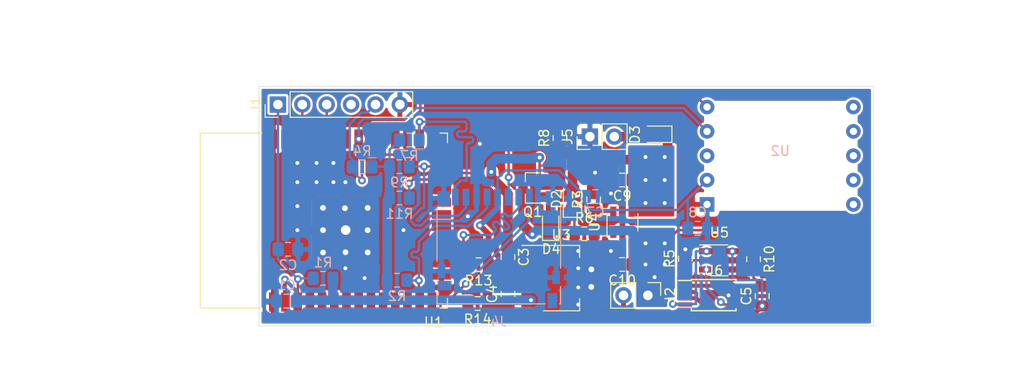
<source format=kicad_pcb>
(kicad_pcb (version 20171130) (host pcbnew 5.1.2)
  (layers (0 F.Cu signal) (31 B.Cu signal) (34 B.Paste user) (35 F.Paste user) (36 B.SilkS user) (37 F.SilkS user) (38 B.Mask user) (39 F.Mask user) (44 Edge.Cuts user))
  (net 0 "")
  (net 1 +3V3)
  (net 2 GND)
  (net 3 EN)
  (net 4 TXD0)
  (net 5 RXD0)
  (net 6 IO0)
  (net 7 SD_DATA1)
  (net 8 SD_DATA0)
  (net 9 SD_CLK)
  (net 10 SD_CMD)
  (net 11 SD_DATA3)
  (net 12 SD_DATA2)
  (net 13 IMU_SDA)
  (net 14 IMU_SCL)
  (net 15 "Net-(C3-Pad1)")
  (net 16 "Net-(D2-Pad1)")
  (net 17 "Net-(D3-Pad2)")
  (net 18 "Net-(R3-Pad1)")
  (net 19 "Net-(R6-Pad2)")
  (net 20 V_EXT)
  (net 21 V_BAT)
  (net 22 "Net-(C5-Pad1)")
  (net 23 "Net-(C5-Pad2)")
  (net 24 "Net-(R5-Pad1)")
  (net 25 "Net-(U5-Pad1)")
  (net 26 "Net-(U5-Pad3)")
  (net 27 "Net-(U6-Pad1)")
  (module Package_SO:TSSOP-8_4.4x3mm_P0.65mm (layer F.Cu) (at 167.35 80.775)
    (fp_text reference U6 (at 0 -2.55) (layer F.SilkS))
    (fp_text value FS8205A)
    (pad 1 smd rect (at -2.95 -0.975) (size 1.45 0.45) (layers F.Cu F.Paste F.Mask) (net 27 "Net-(U6-Pad1)"))
    (pad 2 smd rect (at -2.95 -0.325) (size 1.45 0.45) (layers F.Cu F.Paste F.Mask) (net 22 "Net-(C5-Pad1)"))
    (pad 3 smd rect (at -2.95 0.325) (size 1.45 0.45) (layers F.Cu F.Paste F.Mask) (net 22 "Net-(C5-Pad1)"))
    (pad 4 smd rect (at -2.95 0.975) (size 1.45 0.45) (layers F.Cu F.Paste F.Mask) (net 25 "Net-(U5-Pad1)"))
    (pad 5 smd rect (at 2.95 0.975) (size 1.45 0.45) (layers F.Cu F.Paste F.Mask) (net 26 "Net-(U5-Pad3)"))
    (pad 6 smd rect (at 2.95 0.325) (size 1.45 0.45) (layers F.Cu F.Paste F.Mask) (net 2 GND))
    (pad 7 smd rect (at 2.95 -0.325) (size 1.45 0.45) (layers F.Cu F.Paste F.Mask) (net 2 GND))
    (pad 8 smd rect (at 2.95 -0.975) (size 1.45 0.45) (layers F.Cu F.Paste F.Mask) (net 27 "Net-(U6-Pad1)"))
  )
  (module Package_TO_SOT_SMD:SOT-23 (layer F.Cu) (at 148.5 69.6 180)
    (fp_text reference Q1 (at 0 -2.5 180) (layer F.SilkS))
    (fp_text value TP0610T)
    (pad 3 smd rect (at 1 0 180) (size 0.9 0.8) (layers F.Cu F.Paste F.Mask) (net 21 V_BAT))
    (pad 2 smd rect (at -1 0.95 180) (size 0.9 0.8) (layers F.Cu F.Paste F.Mask) (net 15 "Net-(C3-Pad1)"))
    (pad 1 smd rect (at -1 -0.95 180) (size 0.9 0.8) (layers F.Cu F.Paste F.Mask) (net 20 V_EXT))
  )
  (module imulogger-footprints:ESP32-WROOM-32 (layer F.Cu) (at 129.75 73 90)
    (fp_text reference U1 (at -10.61 8.43 180) (layer F.SilkS))
    (fp_text value ESP32-WROOM-32)
    (pad 39 thru_hole circle (at 1.29 -0.8 90) (size 1.3 1.3) (drill 0.6) (layers *.Cu *.Mask) (net 2 GND))
    (pad 39 thru_hole circle (at -3.3 -0.74 90) (size 1.3 1.3) (drill 0.6) (layers *.Cu *.Mask) (net 2 GND))
    (pad 39 thru_hole circle (at -1 -3.08 90) (size 1.3 1.3) (drill 0.6) (layers *.Cu *.Mask) (net 2 GND))
    (pad 39 thru_hole circle (at -1 1.57 90) (size 1.3 1.3) (drill 0.6) (layers *.Cu *.Mask) (net 2 GND))
    (pad 39 thru_hole circle (at -0.99 -0.72 90) (size 2 2) (drill 1) (layers *.Cu *.Mask) (net 2 GND))
    (pad 39 thru_hole circle (at 1.32 1.57 90) (size 1.3 1.3) (drill 0.6) (layers *.Cu *.Mask) (net 2 GND))
    (pad 39 thru_hole circle (at -3.32 1.57 90) (size 1.3 1.3) (drill 0.6) (layers *.Cu *.Mask) (net 2 GND))
    (pad 39 thru_hole circle (at 1.32 -3.08 90) (size 1.3 1.3) (drill 0.6) (layers *.Cu *.Mask) (net 2 GND))
    (pad 39 thru_hole circle (at -3.33 -3.08 90) (size 1.3 1.3) (drill 0.6) (layers *.Cu *.Mask) (net 2 GND))
    (pad 38 smd rect (at 8.5 -8.255 90) (size 2 0.9) (layers F.Cu F.Paste F.Mask) (net 2 GND))
    (pad 37 smd rect (at 8.5 -6.985 90) (size 2 0.9) (layers F.Cu F.Paste F.Mask))
    (pad 36 smd rect (at 8.5 -5.715 90) (size 2 0.9) (layers F.Cu F.Paste F.Mask))
    (pad 35 smd rect (at 8.5 -4.445 90) (size 2 0.9) (layers F.Cu F.Paste F.Mask) (net 4 TXD0))
    (pad 34 smd rect (at 8.5 -3.175 90) (size 2 0.9) (layers F.Cu F.Paste F.Mask) (net 5 RXD0))
    (pad 33 smd rect (at 8.5 -1.905 90) (size 2 0.9) (layers F.Cu F.Paste F.Mask))
    (pad 32 smd rect (at 8.5 -0.635 90) (size 2 0.9) (layers F.Cu F.Paste F.Mask))
    (pad 31 smd rect (at 8.5 0.635 90) (size 2 0.9) (layers F.Cu F.Paste F.Mask) (net 14 IMU_SCL))
    (pad 30 smd rect (at 8.5 1.905 90) (size 2 0.9) (layers F.Cu F.Paste F.Mask) (net 13 IMU_SDA))
    (pad 29 smd rect (at 8.5 3.175 90) (size 2 0.9) (layers F.Cu F.Paste F.Mask))
    (pad 28 smd rect (at 8.5 4.445 90) (size 2 0.9) (layers F.Cu F.Paste F.Mask))
    (pad 27 smd rect (at 8.5 5.715 90) (size 2 0.9) (layers F.Cu F.Paste F.Mask))
    (pad 26 smd rect (at 8.5 6.985 90) (size 2 0.9) (layers F.Cu F.Paste F.Mask) (net 7 SD_DATA1))
    (pad 25 smd rect (at 8.5 8.255 90) (size 2 0.9) (layers F.Cu F.Paste F.Mask) (net 6 IO0))
    (pad 24 smd rect (at 5.715 9.255 180) (size 2 0.9) (layers F.Cu F.Paste F.Mask) (net 8 SD_DATA0))
    (pad 23 smd rect (at 4.445 9.255 180) (size 2 0.9) (layers F.Cu F.Paste F.Mask) (net 10 SD_CMD))
    (pad 22 smd rect (at 3.175 9.255 180) (size 2 0.9) (layers F.Cu F.Paste F.Mask))
    (pad 21 smd rect (at 1.905 9.255 180) (size 2 0.9) (layers F.Cu F.Paste F.Mask))
    (pad 20 smd rect (at 0.635 9.255 180) (size 2 0.9) (layers F.Cu F.Paste F.Mask))
    (pad 19 smd rect (at -0.635 9.255 180) (size 2 0.9) (layers F.Cu F.Paste F.Mask))
    (pad 18 smd rect (at -1.905 9.255 180) (size 2 0.9) (layers F.Cu F.Paste F.Mask))
    (pad 17 smd rect (at -3.175 9.255 180) (size 2 0.9) (layers F.Cu F.Paste F.Mask))
    (pad 16 smd rect (at -4.445 9.255 180) (size 2 0.9) (layers F.Cu F.Paste F.Mask) (net 11 SD_DATA3))
    (pad 15 smd rect (at -5.715 9.255 180) (size 2 0.9) (layers F.Cu F.Paste F.Mask) (net 2 GND))
    (pad 14 smd rect (at -8.5 8.255 90) (size 2 0.9) (layers F.Cu F.Paste F.Mask) (net 12 SD_DATA2))
    (pad 13 smd rect (at -8.5 6.985 90) (size 2 0.9) (layers F.Cu F.Paste F.Mask) (net 9 SD_CLK))
    (pad 12 smd rect (at -8.5 5.715 90) (size 2 0.9) (layers F.Cu F.Paste F.Mask))
    (pad 11 smd rect (at -8.5 4.445 90) (size 2 0.9) (layers F.Cu F.Paste F.Mask))
    (pad 10 smd rect (at -8.5 3.175 90) (size 2 0.9) (layers F.Cu F.Paste F.Mask))
    (pad 9 smd rect (at -8.5 1.905 90) (size 2 0.9) (layers F.Cu F.Paste F.Mask))
    (pad 8 smd rect (at -8.5 0.635 90) (size 2 0.9) (layers F.Cu F.Paste F.Mask))
    (pad 7 smd rect (at -8.5 -0.635 90) (size 2 0.9) (layers F.Cu F.Paste F.Mask))
    (pad 6 smd rect (at -8.5 -1.905 90) (size 2 0.9) (layers F.Cu F.Paste F.Mask))
    (pad 5 smd rect (at -8.5 -3.175 90) (size 2 0.9) (layers F.Cu F.Paste F.Mask))
    (pad 4 smd rect (at -8.5 -4.445 90) (size 2 0.9) (layers F.Cu F.Paste F.Mask))
    (pad 3 smd rect (at -8.5 -5.715 90) (size 2 0.9) (layers F.Cu F.Paste F.Mask) (net 3 EN))
    (pad 2 smd rect (at -8.5 -6.985 90) (size 2 0.9) (layers F.Cu F.Paste F.Mask) (net 1 +3V3))
    (pad 1 smd rect (at -8.5 -8.255 90) (size 2 0.9) (layers F.Cu F.Paste F.Mask) (net 2 GND))
    (pad 39 smd rect (at -1 -0.755 90) (size 6 6) (layers F.Cu F.Mask) (net 2 GND))
  )
  (module imulogger-footprints:USFS (layer B.Cu) (at 174.28 66.24)
    (fp_text reference U2 (at 0 -0.5) (layer B.SilkS) (effects (justify mirror)))
    (fp_text value USFS)
    (pad 10 thru_hole circle (at 7.62 5.08) (size 1.524 1.524) (drill 0.762) (layers *.Cu *.Mask))
    (pad 9 thru_hole circle (at 7.62 2.54) (size 1.524 1.524) (drill 0.762) (layers *.Cu *.Mask))
    (pad 8 thru_hole circle (at 7.62 0) (size 1.524 1.524) (drill 0.762) (layers *.Cu *.Mask))
    (pad 7 thru_hole circle (at 7.62 -2.54) (size 1.524 1.524) (drill 0.762) (layers *.Cu *.Mask))
    (pad 6 thru_hole circle (at 7.62 -5.08) (size 1.524 1.524) (drill 0.762) (layers *.Cu *.Mask))
    (pad 5 thru_hole circle (at -7.62 -5.08) (size 1.524 1.524) (drill 0.762) (layers *.Cu *.Mask) (net 13 IMU_SDA))
    (pad 4 thru_hole circle (at -7.62 -2.54) (size 1.524 1.524) (drill 0.762) (layers *.Cu *.Mask) (net 14 IMU_SCL))
    (pad 3 thru_hole circle (at -7.62 0) (size 1.524 1.524) (drill 0.762) (layers *.Cu *.Mask))
    (pad 2 thru_hole circle (at -7.62 2.54) (size 1.524 1.524) (drill 0.762) (layers *.Cu *.Mask) (net 1 +3V3))
    (pad 1 thru_hole rect (at -7.62 5.08) (size 1.524 1.524) (drill 0.762) (layers *.Cu *.Mask) (net 2 GND))
  )
  (module Connector_PinHeader_2.54mm:PinHeader_1x06_P2.54mm_Vertical (layer F.Cu) (at 121.975 60.9 90)
    (fp_text reference J1 (at 0 -2.33 90) (layer F.SilkS))
    (fp_text value DEBUG)
    (pad 6 thru_hole oval (at 0 12.7 90) (size 1.7 1.7) (drill 1) (layers *.Cu *.Mask) (net 2 GND))
    (pad 5 thru_hole oval (at 0 10.16 90) (size 1.7 1.7) (drill 1) (layers *.Cu *.Mask) (net 6 IO0))
    (pad 4 thru_hole oval (at 0 7.62 90) (size 1.7 1.7) (drill 1) (layers *.Cu *.Mask))
    (pad 3 thru_hole oval (at 0 5.08 90) (size 1.7 1.7) (drill 1) (layers *.Cu *.Mask) (net 5 RXD0))
    (pad 2 thru_hole oval (at 0 2.54 90) (size 1.7 1.7) (drill 1) (layers *.Cu *.Mask) (net 4 TXD0))
    (pad 1 thru_hole rect (at 0 0 90) (size 1.7 1.7) (drill 1) (layers *.Cu *.Mask) (net 3 EN))
  )
  (module Connector_Card:microSD_HC_Hirose_DM3D-SF (layer B.Cu) (at 144.975 75.9)
    (fp_text reference J4 (at -0.025 7.625) (layer B.SilkS) (effects (justify mirror)))
    (fp_text value Micro_SD_Card)
    (pad 10 smd rect (at 5.575 5.45) (size 1 1.55) (layers B.Cu B.Paste B.Mask))
    (pad 11 smd rect (at 5.625 -5.225) (size 1.5 1.5) (layers B.Cu B.Paste B.Mask) (net 2 GND))
    (pad 1 smd rect (at 3.175 -5.35) (size 0.7 1.75) (layers B.Cu B.Paste B.Mask) (net 12 SD_DATA2))
    (pad 2 smd rect (at 2.075 -5.35) (size 0.7 1.75) (layers B.Cu B.Paste B.Mask) (net 11 SD_DATA3))
    (pad 3 smd rect (at 0.975 -5.35) (size 0.7 1.75) (layers B.Cu B.Paste B.Mask) (net 10 SD_CMD))
    (pad 4 smd rect (at -0.125 -5.35) (size 0.7 1.75) (layers B.Cu B.Paste B.Mask) (net 1 +3V3))
    (pad 5 smd rect (at -1.225 -5.35) (size 0.7 1.75) (layers B.Cu B.Paste B.Mask) (net 9 SD_CLK))
    (pad 6 smd rect (at -2.325 -5.35) (size 0.7 1.75) (layers B.Cu B.Paste B.Mask) (net 2 GND))
    (pad 7 smd rect (at -3.425 -5.35) (size 0.7 1.75) (layers B.Cu B.Paste B.Mask) (net 8 SD_DATA0))
    (pad 11 smd rect (at 5.975 3.025) (size 0.8 1.4) (layers B.Cu B.Paste B.Mask) (net 2 GND))
    (pad 9 smd rect (at -5.65 3.875) (size 1.45 1) (layers B.Cu B.Paste B.Mask))
    (pad 11 smd rect (at -5.975 2.375) (size 0.8 1.5) (layers B.Cu B.Paste B.Mask) (net 2 GND))
    (pad 11 smd rect (at -5.725 -5.225) (size 1.3 1.5) (layers B.Cu B.Paste B.Mask) (net 2 GND))
    (pad 8 smd rect (at -4.525 -5.35) (size 0.7 1.75) (layers B.Cu B.Paste B.Mask) (net 7 SD_DATA1))
  )
  (module Diode_SMD:D_SOD-323 (layer F.Cu) (at 161.5 64 180)
    (fp_text reference D3 (at 2.35 -0.05 -90) (layer F.SilkS))
    (fp_text value BAT20J)
    (pad 2 smd rect (at 1.05 0 180) (size 0.6 0.45) (layers F.Cu F.Paste F.Mask) (net 17 "Net-(D3-Pad2)"))
    (pad 1 smd rect (at -1.05 0 180) (size 0.6 0.45) (layers F.Cu F.Paste F.Mask) (net 20 V_EXT))
  )
  (module Diode_SMD:D_SOD-323 (layer F.Cu) (at 150.375 73.575 90)
    (fp_text reference D4 (at -2.4 0.05 180) (layer F.SilkS))
    (fp_text value BAT20J)
    (pad 2 smd rect (at 1.05 0 90) (size 0.6 0.45) (layers F.Cu F.Paste F.Mask) (net 20 V_EXT))
    (pad 1 smd rect (at -1.05 0 90) (size 0.6 0.45) (layers F.Cu F.Paste F.Mask) (net 15 "Net-(C3-Pad1)"))
  )
  (module Package_TO_SOT_SMD:SOT-23-5 (layer F.Cu) (at 157.85 73.175 90)
    (fp_text reference U4 (at 0 -2.9 90) (layer F.SilkS))
    (fp_text value MCP73831-2-OT)
    (pad 5 smd rect (at 1.1 -0.95 90) (size 1.06 0.65) (layers F.Cu F.Paste F.Mask) (net 18 "Net-(R3-Pad1)"))
    (pad 4 smd rect (at 1.1 0.95 90) (size 1.06 0.65) (layers F.Cu F.Paste F.Mask) (net 20 V_EXT))
    (pad 3 smd rect (at -1.1 0.95 90) (size 1.06 0.65) (layers F.Cu F.Paste F.Mask) (net 21 V_BAT))
    (pad 2 smd rect (at -1.1 0 90) (size 1.06 0.65) (layers F.Cu F.Paste F.Mask) (net 2 GND))
    (pad 1 smd rect (at -1.1 -0.95 90) (size 1.06 0.65) (layers F.Cu F.Paste F.Mask) (net 19 "Net-(R6-Pad2)"))
  )
  (module imulogger-footprints:SOT-223 (layer F.Cu) (at 151.475 79)
    (fp_text reference U3 (at 0 -4.5) (layer F.SilkS))
    (fp_text value MCP1826S)
    (pad 4 thru_hole circle (at 3.13 0.92) (size 1.3 1.3) (drill 0.6) (layers *.Cu *.Mask) (net 2 GND))
    (pad 4 thru_hole circle (at 3.14 -0.91) (size 1.3 1.3) (drill 0.6) (layers *.Cu *.Mask) (net 2 GND))
    (pad 1 smd rect (at -3.15 -2.3) (size 2 1.5) (layers F.Cu F.Paste F.Mask) (net 15 "Net-(C3-Pad1)"))
    (pad 3 smd rect (at -3.15 2.3) (size 2 1.5) (layers F.Cu F.Paste F.Mask) (net 1 +3V3))
    (pad 2 smd rect (at -3.15 0) (size 2 1.5) (layers F.Cu F.Paste F.Mask) (net 2 GND))
    (pad 4 smd rect (at 3.15 0) (size 2 3.8) (layers F.Cu F.Paste F.Mask) (net 2 GND))
  )
  (module Capacitor_SMD:C_0805_2012Metric_Pad1.15x1.40mm_HandSolder (layer F.Cu) (at 157.825 68.775 180)
    (fp_text reference C9 (at 0 -1.65 180) (layer F.SilkS))
    (fp_text value 4.7u)
    (pad 2 smd roundrect (at 1.025 0 180) (size 1.15 1.4) (layers F.Cu F.Paste F.Mask) (roundrect_rratio 0.217391) (net 2 GND))
    (pad 1 smd roundrect (at -1.025 0 180) (size 1.15 1.4) (layers F.Cu F.Paste F.Mask) (roundrect_rratio 0.217391) (net 20 V_EXT))
  )
  (module Capacitor_SMD:C_0805_2012Metric_Pad1.15x1.40mm_HandSolder (layer F.Cu) (at 157.825 77.575 180)
    (fp_text reference C10 (at 0 -1.65 180) (layer F.SilkS))
    (fp_text value 4.7u)
    (pad 2 smd roundrect (at 1.025 0 180) (size 1.15 1.4) (layers F.Cu F.Paste F.Mask) (roundrect_rratio 0.217391) (net 2 GND))
    (pad 1 smd roundrect (at -1.025 0 180) (size 1.15 1.4) (layers F.Cu F.Paste F.Mask) (roundrect_rratio 0.217391) (net 21 V_BAT))
  )
  (module Capacitor_SMD:C_0805_2012Metric_Pad1.15x1.40mm_HandSolder (layer F.Cu) (at 145.925 76.8 270)
    (fp_text reference C3 (at 0 -1.65 270) (layer F.SilkS))
    (fp_text value 47u)
    (pad 2 smd roundrect (at 1.025 0 270) (size 1.15 1.4) (layers F.Cu F.Paste F.Mask) (roundrect_rratio 0.217391) (net 2 GND))
    (pad 1 smd roundrect (at -1.025 0 270) (size 1.15 1.4) (layers F.Cu F.Paste F.Mask) (roundrect_rratio 0.217391) (net 15 "Net-(C3-Pad1)"))
  )
  (module Capacitor_SMD:C_0805_2012Metric_Pad1.15x1.40mm_HandSolder (layer F.Cu) (at 145.925 80.65 90)
    (fp_text reference C4 (at 0 -1.65 90) (layer F.SilkS))
    (fp_text value 47u)
    (pad 2 smd roundrect (at 1.025 0 90) (size 1.15 1.4) (layers F.Cu F.Paste F.Mask) (roundrect_rratio 0.217391) (net 2 GND))
    (pad 1 smd roundrect (at -1.025 0 90) (size 1.15 1.4) (layers F.Cu F.Paste F.Mask) (roundrect_rratio 0.217391) (net 1 +3V3))
  )
  (module Resistor_SMD:R_0805_2012Metric_Pad1.15x1.40mm_HandSolder (layer F.Cu) (at 154.85 70.8 90)
    (fp_text reference R3 (at 0 -1.65 90) (layer F.SilkS))
    (fp_text value 2k)
    (pad 2 smd roundrect (at 1.025 0 90) (size 1.15 1.4) (layers F.Cu F.Paste F.Mask) (roundrect_rratio 0.217391) (net 2 GND))
    (pad 1 smd roundrect (at -1.025 0 90) (size 1.15 1.4) (layers F.Cu F.Paste F.Mask) (roundrect_rratio 0.217391) (net 18 "Net-(R3-Pad1)"))
  )
  (module Resistor_SMD:R_0805_2012Metric_Pad1.15x1.40mm_HandSolder (layer F.Cu) (at 153.875 74.375)
    (fp_text reference R6 (at 0 -1.65) (layer F.SilkS))
    (fp_text value 470)
    (pad 2 smd roundrect (at 1.025 0) (size 1.15 1.4) (layers F.Cu F.Paste F.Mask) (roundrect_rratio 0.217391) (net 19 "Net-(R6-Pad2)"))
    (pad 1 smd roundrect (at -1.025 0) (size 1.15 1.4) (layers F.Cu F.Paste F.Mask) (roundrect_rratio 0.217391) (net 16 "Net-(D2-Pad1)"))
  )
  (module LED_SMD:LED_0805_2012Metric_Pad1.15x1.40mm_HandSolder (layer F.Cu) (at 152.65 70.8 90)
    (fp_text reference D2 (at 0 -1.65 90) (layer F.SilkS))
    (fp_text value LED)
    (pad 2 smd roundrect (at 1.025 0 90) (size 1.15 1.4) (layers F.Cu F.Paste F.Mask) (roundrect_rratio 0.217391) (net 20 V_EXT))
    (pad 1 smd roundrect (at -1.025 0 90) (size 1.15 1.4) (layers F.Cu F.Paste F.Mask) (roundrect_rratio 0.217391) (net 16 "Net-(D2-Pad1)"))
  )
  (module Resistor_SMD:R_0805_2012Metric_Pad1.15x1.40mm_HandSolder (layer F.Cu) (at 151.35 64.4 90)
    (fp_text reference R8 (at 0 -1.65 90) (layer F.SilkS))
    (fp_text value 10k)
    (pad 1 smd roundrect (at -1.025 0 90) (size 1.15 1.4) (layers F.Cu F.Paste F.Mask) (roundrect_rratio 0.217391) (net 20 V_EXT))
    (pad 2 smd roundrect (at 1.025 0 90) (size 1.15 1.4) (layers F.Cu F.Paste F.Mask) (roundrect_rratio 0.217391) (net 2 GND))
  )
  (module Resistor_SMD:R_0805_2012Metric_Pad1.15x1.40mm_HandSolder (layer B.Cu) (at 134.375 79.225)
    (fp_text reference R2 (at 0 1.65) (layer B.SilkS) (effects (justify mirror)))
    (fp_text value nc)
    (pad 2 smd roundrect (at 1.025 0) (size 1.15 1.4) (layers B.Cu B.Paste B.Mask) (roundrect_rratio 0.217391) (net 9 SD_CLK))
    (pad 1 smd roundrect (at -1.025 0) (size 1.15 1.4) (layers B.Cu B.Paste B.Mask) (roundrect_rratio 0.217391) (net 1 +3V3))
  )
  (module Resistor_SMD:R_0805_2012Metric_Pad1.15x1.40mm_HandSolder (layer B.Cu) (at 135.65 64.6)
    (fp_text reference R7 (at 0 1.65) (layer B.SilkS) (effects (justify mirror)))
    (fp_text value 10K)
    (pad 2 smd roundrect (at 1.025 0) (size 1.15 1.4) (layers B.Cu B.Paste B.Mask) (roundrect_rratio 0.217391) (net 7 SD_DATA1))
    (pad 1 smd roundrect (at -1.025 0) (size 1.15 1.4) (layers B.Cu B.Paste B.Mask) (roundrect_rratio 0.217391) (net 1 +3V3))
  )
  (module Resistor_SMD:R_0805_2012Metric_Pad1.15x1.40mm_HandSolder (layer B.Cu) (at 134.625 67.375)
    (fp_text reference R9 (at 0 1.65) (layer B.SilkS) (effects (justify mirror)))
    (fp_text value 10K)
    (pad 1 smd roundrect (at -1.025 0) (size 1.15 1.4) (layers B.Cu B.Paste B.Mask) (roundrect_rratio 0.217391) (net 1 +3V3))
    (pad 2 smd roundrect (at 1.025 0) (size 1.15 1.4) (layers B.Cu B.Paste B.Mask) (roundrect_rratio 0.217391) (net 8 SD_DATA0))
  )
  (module Resistor_SMD:R_0805_2012Metric_Pad1.15x1.40mm_HandSolder (layer B.Cu) (at 134.625 70.65)
    (fp_text reference R11 (at 0 1.65) (layer B.SilkS) (effects (justify mirror)))
    (fp_text value 10K)
    (pad 1 smd roundrect (at -1.025 0) (size 1.15 1.4) (layers B.Cu B.Paste B.Mask) (roundrect_rratio 0.217391) (net 1 +3V3))
    (pad 2 smd roundrect (at 1.025 0) (size 1.15 1.4) (layers B.Cu B.Paste B.Mask) (roundrect_rratio 0.217391) (net 10 SD_CMD))
  )
  (module Resistor_SMD:R_0805_2012Metric_Pad1.15x1.40mm_HandSolder (layer F.Cu) (at 142.875 77.6 180)
    (fp_text reference R13 (at 0 -1.65 180) (layer F.SilkS))
    (fp_text value 10K)
    (pad 1 smd roundrect (at -1.025 0 180) (size 1.15 1.4) (layers F.Cu F.Paste F.Mask) (roundrect_rratio 0.217391) (net 1 +3V3))
    (pad 2 smd roundrect (at 1.025 0 180) (size 1.15 1.4) (layers F.Cu F.Paste F.Mask) (roundrect_rratio 0.217391) (net 11 SD_DATA3))
  )
  (module Resistor_SMD:R_0805_2012Metric_Pad1.15x1.40mm_HandSolder (layer F.Cu) (at 142.775 81.65 180)
    (fp_text reference R14 (at 0 -1.65 180) (layer F.SilkS))
    (fp_text value 10K)
    (pad 2 smd roundrect (at 1.025 0 180) (size 1.15 1.4) (layers F.Cu F.Paste F.Mask) (roundrect_rratio 0.217391) (net 12 SD_DATA2))
    (pad 1 smd roundrect (at -1.025 0 180) (size 1.15 1.4) (layers F.Cu F.Paste F.Mask) (roundrect_rratio 0.217391) (net 1 +3V3))
  )
  (module Resistor_SMD:R_0805_2012Metric_Pad1.15x1.40mm_HandSolder (layer B.Cu) (at 126.675 79.025 180)
    (fp_text reference R1 (at 0 1.65 180) (layer B.SilkS) (effects (justify mirror)))
    (fp_text value 10K)
    (pad 2 smd roundrect (at 1.025 0 180) (size 1.15 1.4) (layers B.Cu B.Paste B.Mask) (roundrect_rratio 0.217391) (net 3 EN))
    (pad 1 smd roundrect (at -1.025 0 180) (size 1.15 1.4) (layers B.Cu B.Paste B.Mask) (roundrect_rratio 0.217391) (net 1 +3V3))
  )
  (module Resistor_SMD:R_0805_2012Metric_Pad1.15x1.40mm_HandSolder (layer B.Cu) (at 130.75 67.4 180)
    (fp_text reference R4 (at 0 1.65 180) (layer B.SilkS) (effects (justify mirror)))
    (fp_text value 10K)
    (pad 1 smd roundrect (at -1.025 0 180) (size 1.15 1.4) (layers B.Cu B.Paste B.Mask) (roundrect_rratio 0.217391) (net 1 +3V3))
    (pad 2 smd roundrect (at 1.025 0 180) (size 1.15 1.4) (layers B.Cu B.Paste B.Mask) (roundrect_rratio 0.217391) (net 6 IO0))
  )
  (module Capacitor_SMD:C_0805_2012Metric_Pad1.15x1.40mm_HandSolder (layer B.Cu) (at 155.025 70.5)
    (fp_text reference C7 (at 0 1.65) (layer B.SilkS) (effects (justify mirror)))
    (fp_text value 100n)
    (pad 1 smd roundrect (at -1.025 0) (size 1.15 1.4) (layers B.Cu B.Paste B.Mask) (roundrect_rratio 0.217391) (net 1 +3V3))
    (pad 2 smd roundrect (at 1.025 0) (size 1.15 1.4) (layers B.Cu B.Paste B.Mask) (roundrect_rratio 0.217391) (net 2 GND))
  )
  (module Capacitor_SMD:C_0805_2012Metric_Pad1.15x1.40mm_HandSolder (layer B.Cu) (at 122.85 81.4 180)
    (fp_text reference C1 (at 0 1.65 180) (layer B.SilkS) (effects (justify mirror)))
    (fp_text value 100n)
    (pad 1 smd roundrect (at -1.025 0 180) (size 1.15 1.4) (layers B.Cu B.Paste B.Mask) (roundrect_rratio 0.217391) (net 1 +3V3))
    (pad 2 smd roundrect (at 1.025 0 180) (size 1.15 1.4) (layers B.Cu B.Paste B.Mask) (roundrect_rratio 0.217391) (net 2 GND))
  )
  (module Capacitor_SMD:C_0805_2012Metric_Pad1.15x1.40mm_HandSolder (layer B.Cu) (at 123.025 76)
    (fp_text reference C2 (at 0 1.65) (layer B.SilkS) (effects (justify mirror)))
    (fp_text value 2u2)
    (pad 2 smd roundrect (at 1.025 0) (size 1.15 1.4) (layers B.Cu B.Paste B.Mask) (roundrect_rratio 0.217391) (net 2 GND))
    (pad 1 smd roundrect (at -1.025 0) (size 1.15 1.4) (layers B.Cu B.Paste B.Mask) (roundrect_rratio 0.217391) (net 3 EN))
  )
  (module Capacitor_SMD:C_0805_2012Metric_Pad1.15x1.40mm_HandSolder (layer B.Cu) (at 165.675 73.8 180)
    (fp_text reference C8 (at 0 1.65 180) (layer B.SilkS) (effects (justify mirror)))
    (fp_text value 100n)
    (pad 1 smd roundrect (at -1.025 0 180) (size 1.15 1.4) (layers B.Cu B.Paste B.Mask) (roundrect_rratio 0.217391) (net 2 GND))
    (pad 2 smd roundrect (at 1.025 0 180) (size 1.15 1.4) (layers B.Cu B.Paste B.Mask) (roundrect_rratio 0.217391) (net 1 +3V3))
  )
  (module Connector_PinHeader_2.54mm:PinHeader_1x02_P2.54mm_Vertical (layer F.Cu) (at 160.5 80.8 270)
    (fp_text reference J2 (at 0 -2.33 90) (layer F.SilkS))
    (fp_text value BATCONN)
    (pad 1 thru_hole rect (at 0 0 270) (size 1.7 1.7) (drill 1) (layers *.Cu *.Mask) (net 21 V_BAT))
    (pad 2 thru_hole oval (at 0 2.54 270) (size 1.7 1.7) (drill 1) (layers *.Cu *.Mask) (net 22 "Net-(C5-Pad1)"))
  )
  (module Connector_PinHeader_2.54mm:PinHeader_1x02_P2.54mm_Vertical (layer F.Cu) (at 154.46 64.25 90)
    (fp_text reference J5 (at 0 -2.33 90) (layer F.SilkS))
    (fp_text value PWRCONN)
    (pad 1 thru_hole rect (at 0 0 90) (size 1.7 1.7) (drill 1) (layers *.Cu *.Mask) (net 2 GND))
    (pad 2 thru_hole oval (at 0 2.54 90) (size 1.7 1.7) (drill 1) (layers *.Cu *.Mask) (net 17 "Net-(D3-Pad2)"))
  )
  (module Capacitor_SMD:C_0805_2012Metric_Pad1.15x1.40mm_HandSolder (layer F.Cu) (at 172.4 80.875 90)
    (fp_text reference C5 (at 0 -1.65 270) (layer F.SilkS))
    (fp_text value 100n)
    (pad 1 smd roundrect (at -1.025 0 90) (size 1.15 1.4) (layers F.Cu F.Paste F.Mask) (roundrect_rratio 0.217391) (net 22 "Net-(C5-Pad1)"))
    (pad 2 smd roundrect (at 1.025 0 90) (size 1.15 1.4) (layers F.Cu F.Paste F.Mask) (roundrect_rratio 0.217391) (net 23 "Net-(C5-Pad2)"))
  )
  (module Resistor_SMD:R_0805_2012Metric_Pad1.15x1.40mm_HandSolder (layer F.Cu) (at 164.4 76.975 90)
    (fp_text reference R5 (at 0 -1.65 90) (layer F.SilkS))
    (fp_text value 2K)
    (pad 2 smd roundrect (at 1.025 0 90) (size 1.15 1.4) (layers F.Cu F.Paste F.Mask) (roundrect_rratio 0.217391) (net 2 GND))
    (pad 1 smd roundrect (at -1.025 0 90) (size 1.15 1.4) (layers F.Cu F.Paste F.Mask) (roundrect_rratio 0.217391) (net 24 "Net-(R5-Pad1)"))
  )
  (module Resistor_SMD:R_0805_2012Metric_Pad1.15x1.40mm_HandSolder (layer F.Cu) (at 171.5 77.025 270)
    (fp_text reference R10 (at 0 -1.65 90) (layer F.SilkS))
    (fp_text value 100)
    (pad 1 smd roundrect (at -1.025 0 270) (size 1.15 1.4) (layers F.Cu F.Paste F.Mask) (roundrect_rratio 0.217391) (net 21 V_BAT))
    (pad 2 smd roundrect (at 1.025 0 270) (size 1.15 1.4) (layers F.Cu F.Paste F.Mask) (roundrect_rratio 0.217391) (net 23 "Net-(C5-Pad2)"))
  )
  (module Package_TO_SOT_SMD:SOT-23-6_Handsoldering (layer F.Cu) (at 167.95 77.15)
    (fp_text reference U5 (at 0 -2.9) (layer F.SilkS))
    (fp_text value dw01)
    (pad 1 smd rect (at -1.35 -0.95) (size 1.56 0.65) (layers F.Cu F.Paste F.Mask) (net 25 "Net-(U5-Pad1)"))
    (pad 2 smd rect (at -1.35 0) (size 1.56 0.65) (layers F.Cu F.Paste F.Mask) (net 24 "Net-(R5-Pad1)"))
    (pad 3 smd rect (at -1.35 0.95) (size 1.56 0.65) (layers F.Cu F.Paste F.Mask) (net 26 "Net-(U5-Pad3)"))
    (pad 4 smd rect (at 1.35 0.95) (size 1.56 0.65) (layers F.Cu F.Paste F.Mask))
    (pad 6 smd rect (at 1.35 -0.95) (size 1.56 0.65) (layers F.Cu F.Paste F.Mask) (net 22 "Net-(C5-Pad1)"))
    (pad 5 smd rect (at 1.35 0) (size 1.56 0.65) (layers F.Cu F.Paste F.Mask) (net 23 "Net-(C5-Pad2)"))
  )
  (gr_line (start 120 84) (end 120 59) (layer Edge.Cuts) (width 0.05))
  (gr_line (start 184 84) (end 120 84) (layer Edge.Cuts) (width 0.05))
  (gr_line (start 184 59) (end 184 84) (layer Edge.Cuts) (width 0.05))
  (gr_line (start 120 59) (end 184 59) (layer Edge.Cuts) (width 0.05))
  (via (at 122.7 79.15) (size 0.8) (drill 0.4) (layers F.Cu B.Cu) (net 1))
  (segment (start 123.875 81.4) (end 123.875 80.325) (width 0.4) (layer B.Cu) (net 1))
  (segment (start 123.875 80.325) (end 122.7 79.15) (width 0.4) (layer B.Cu) (net 1))
  (segment (start 122.7 81.435) (end 122.765 81.5) (width 0.25) (layer F.Cu) (net 1))
  (segment (start 122.7 79.15) (end 122.7 81.435) (width 0.4) (layer F.Cu) (net 1))
  (segment (start 146.3 81.3) (end 145.925 81.675) (width 0.25) (layer F.Cu) (net 1))
  (segment (start 143.825 81.675) (end 143.8 81.65) (width 0.25) (layer F.Cu) (net 1))
  (segment (start 145.925 81.675) (end 143.825 81.675) (width 1) (layer F.Cu) (net 1))
  (segment (start 143.8 77.7) (end 143.9 77.6) (width 0.25) (layer F.Cu) (net 1))
  (segment (start 143.8 81.65) (end 143.8 77.7) (width 1) (layer F.Cu) (net 1))
  (segment (start 148.325 81.3) (end 146.3 81.3) (width 1) (layer F.Cu) (net 1))
  (via (at 148.325 81.3) (size 0.8) (drill 0.4) (layers F.Cu B.Cu) (net 1))
  (segment (start 123.975 81.3) (end 123.875 81.4) (width 0.25) (layer B.Cu) (net 1))
  (segment (start 127.7 81.25) (end 127.75 81.3) (width 0.25) (layer B.Cu) (net 1))
  (segment (start 127.7 79.025) (end 127.7 81.25) (width 1) (layer B.Cu) (net 1))
  (segment (start 127.75 81.3) (end 123.975 81.3) (width 1) (layer B.Cu) (net 1))
  (segment (start 133.35 80.025) (end 133.35 81.3) (width 1) (layer B.Cu) (net 1))
  (segment (start 133.35 79.225) (end 133.35 80.025) (width 0.25) (layer B.Cu) (net 1))
  (segment (start 148.325 81.3) (end 133.35 81.3) (width 1) (layer B.Cu) (net 1))
  (segment (start 133.35 81.3) (end 127.75 81.3) (width 1) (layer B.Cu) (net 1))
  (segment (start 133.35 70.9) (end 133.6 70.65) (width 0.25) (layer B.Cu) (net 1))
  (segment (start 133.35 79.225) (end 133.35 70.9) (width 1) (layer B.Cu) (net 1))
  (segment (start 133.6 69.85) (end 133.6 67.375) (width 1) (layer B.Cu) (net 1))
  (segment (start 133.6 70.65) (end 133.6 69.85) (width 0.25) (layer B.Cu) (net 1))
  (segment (start 131.8 67.375) (end 131.775 67.4) (width 0.25) (layer B.Cu) (net 1))
  (segment (start 133.6 67.375) (end 131.8 67.375) (width 0.25) (layer B.Cu) (net 1))
  (segment (start 133.6 65.625) (end 134.625 64.6) (width 0.25) (layer B.Cu) (net 1))
  (segment (start 133.6 67.375) (end 133.6 65.625) (width 0.25) (layer B.Cu) (net 1))
  (segment (start 148.325 81.3) (end 148.575 81.3) (width 0.25) (layer B.Cu) (net 1))
  (via (at 143 73.5) (size 0.8) (drill 0.4) (layers F.Cu B.Cu) (net 1))
  (segment (start 143.025 73.5) (end 143 73.5) (width 0.25) (layer B.Cu) (net 1))
  (segment (start 144.85 70.55) (end 144.85 71.675) (width 0.6) (layer B.Cu) (net 1))
  (segment (start 144.85 71.675) (end 143.025 73.5) (width 0.6) (layer B.Cu) (net 1))
  (segment (start 143.9 74.4) (end 143.9 77.6) (width 0.6) (layer F.Cu) (net 1))
  (segment (start 143 73.5) (end 143.9 74.4) (width 0.6) (layer F.Cu) (net 1))
  (segment (start 144.85 69.425) (end 144.85 70.55) (width 0.25) (layer B.Cu) (net 1))
  (segment (start 144.85 68.576998) (end 144.85 69.425) (width 0.25) (layer B.Cu) (net 1))
  (segment (start 145.651999 67.774999) (end 144.85 68.576998) (width 0.25) (layer B.Cu) (net 1))
  (segment (start 151.274999 67.774999) (end 145.651999 67.774999) (width 0.25) (layer B.Cu) (net 1))
  (segment (start 154 70.5) (end 151.274999 67.774999) (width 0.25) (layer B.Cu) (net 1))
  (segment (start 164.65 70.79) (end 166.66 68.78) (width 0.25) (layer B.Cu) (net 1))
  (segment (start 164.65 73.8) (end 164.65 70.79) (width 0.25) (layer B.Cu) (net 1))
  (segment (start 154.600001 71.900001) (end 163.539999 71.900001) (width 0.25) (layer B.Cu) (net 1))
  (segment (start 163.539999 71.900001) (end 164.65 70.79) (width 0.25) (layer B.Cu) (net 1))
  (segment (start 154 71.3) (end 154.600001 71.900001) (width 0.25) (layer B.Cu) (net 1))
  (segment (start 154 70.5) (end 154 71.3) (width 0.25) (layer B.Cu) (net 1))
  (via (at 164.4 76) (size 0.8) (drill 0.4) (layers F.Cu B.Cu) (net 2))
  (via (at 156.65 70.175) (size 0.8) (drill 0.4) (layers F.Cu B.Cu) (net 2))
  (via (at 153.25 81.75) (size 0.8) (drill 0.4) (layers F.Cu B.Cu) (net 2))
  (via (at 153.25 79.975) (size 0.8) (drill 0.4) (layers F.Cu B.Cu) (net 2))
  (via (at 153.25 77.975) (size 0.8) (drill 0.4) (layers F.Cu B.Cu) (net 2))
  (via (at 156.65 76.175) (size 0.8) (drill 0.4) (layers F.Cu B.Cu) (net 2))
  (via (at 153.25 76.175) (size 0.8) (drill 0.4) (layers F.Cu B.Cu) (net 2))
  (segment (start 146.55 79) (end 145.925 79.625) (width 1) (layer F.Cu) (net 2))
  (segment (start 148.325 79) (end 146.55 79) (width 1) (layer F.Cu) (net 2))
  (segment (start 145.925 79.625) (end 145.925 77.825) (width 1) (layer F.Cu) (net 2))
  (segment (start 142.65 70.55) (end 142.65 65.35) (width 0.6) (layer B.Cu) (net 2))
  (via (at 143 65) (size 0.8) (drill 0.4) (layers F.Cu B.Cu) (net 2))
  (segment (start 142.65 65.35) (end 143 65) (width 0.6) (layer B.Cu) (net 2))
  (segment (start 129 74) (end 131.32 71.68) (width 0.25) (layer F.Cu) (net 2))
  (segment (start 128.995 74) (end 129 74) (width 0.25) (layer F.Cu) (net 2))
  (via (at 129 77.975) (size 0.8) (drill 0.4) (layers F.Cu B.Cu) (net 2))
  (segment (start 128.995 74) (end 128.995 77.97) (width 1) (layer F.Cu) (net 2))
  (segment (start 128.995 77.97) (end 129 77.975) (width 0.25) (layer F.Cu) (net 2))
  (via (at 124 69) (size 0.8) (drill 0.4) (layers F.Cu B.Cu) (net 2))
  (via (at 126 69) (size 0.8) (drill 0.4) (layers F.Cu B.Cu) (net 2))
  (via (at 124 71.5) (size 0.8) (drill 0.4) (layers F.Cu B.Cu) (net 2))
  (via (at 131 79) (size 0.8) (drill 0.4) (layers F.Cu B.Cu) (net 2))
  (via (at 155 68) (size 0.8) (drill 0.4) (layers F.Cu B.Cu) (net 2))
  (via (at 141.75 72.55) (size 0.8) (drill 0.4) (layers F.Cu B.Cu) (net 2))
  (via (at 135.05 74) (size 0.8) (drill 0.4) (layers F.Cu B.Cu) (net 2))
  (segment (start 128.995 74) (end 135.05 74) (width 1) (layer F.Cu) (net 2))
  (segment (start 141.350001 72.949999) (end 141.200001 72.949999) (width 0.25) (layer B.Cu) (net 2))
  (segment (start 141.75 72.55) (end 141.350001 72.949999) (width 0.25) (layer B.Cu) (net 2))
  (segment (start 141.200001 72.949999) (end 141.1 73.05) (width 0.25) (layer B.Cu) (net 2))
  (segment (start 141.1 73.05) (end 138 73.05) (width 0.25) (layer B.Cu) (net 2))
  (segment (start 137.05 74) (end 135.05 74) (width 0.25) (layer B.Cu) (net 2))
  (segment (start 138 73.05) (end 137.05 74) (width 0.25) (layer B.Cu) (net 2))
  (segment (start 136.55001 69.40001) (end 136.350001 69.200001) (width 0.25) (layer B.Cu) (net 2))
  (segment (start 136.55001 71.33818) (end 136.55001 69.40001) (width 0.25) (layer B.Cu) (net 2))
  (segment (start 135.05 74) (end 135.05 72.83819) (width 0.25) (layer B.Cu) (net 2))
  (segment (start 135.05 72.83819) (end 136.55001 71.33818) (width 0.25) (layer B.Cu) (net 2))
  (segment (start 136.350001 69.200001) (end 136.350001 68.800001) (width 0.25) (layer B.Cu) (net 2))
  (segment (start 138.35 71.675) (end 137.875 71.675) (width 0.25) (layer B.Cu) (net 2))
  (segment (start 139.25 70.675) (end 139.25 70.775) (width 0.25) (layer B.Cu) (net 2))
  (segment (start 139.25 70.775) (end 138.35 71.675) (width 0.25) (layer B.Cu) (net 2))
  (segment (start 137.875 71.675) (end 136.6 72.95) (width 0.25) (layer B.Cu) (net 2))
  (segment (start 139 78.275) (end 142.21359 78.275) (width 0.25) (layer B.Cu) (net 2))
  (segment (start 142.21359 78.275) (end 147.65 72.83859) (width 0.25) (layer B.Cu) (net 2))
  (segment (start 147.65 72.83859) (end 147.65 72.4) (width 0.25) (layer B.Cu) (net 2))
  (via (at 124 67) (size 0.8) (drill 0.4) (layers F.Cu B.Cu) (net 2))
  (via (at 126 67) (size 0.8) (drill 0.4) (layers F.Cu B.Cu) (net 2))
  (via (at 127.75 67) (size 0.8) (drill 0.4) (layers F.Cu B.Cu) (net 2))
  (via (at 127.75 69) (size 0.8) (drill 0.4) (layers F.Cu B.Cu) (net 2))
  (via (at 124 74) (size 0.8) (drill 0.4) (layers F.Cu B.Cu) (net 2))
  (segment (start 124.01 73.99) (end 124 74) (width 0.25) (layer F.Cu) (net 2))
  (segment (start 129.03 73.99) (end 124.01 73.99) (width 1) (layer F.Cu) (net 2))
  (via (at 129 69) (size 0.8) (drill 0.4) (layers F.Cu B.Cu) (net 2))
  (segment (start 128.995 69.005) (end 129 69) (width 0.25) (layer F.Cu) (net 2))
  (segment (start 128.995 74) (end 128.995 69.005) (width 1) (layer F.Cu) (net 2))
  (segment (start 166.66 73.76) (end 166.7 73.8) (width 0.25) (layer B.Cu) (net 2))
  (segment (start 166.66 71.32) (end 166.66 73.76) (width 0.25) (layer B.Cu) (net 2))
  (segment (start 164.5 76) (end 164.4 76) (width 0.25) (layer B.Cu) (net 2))
  (segment (start 166.7 73.8) (end 164.5 76) (width 0.25) (layer B.Cu) (net 2))
  (via (at 168.9 80.8) (size 0.8) (drill 0.4) (layers F.Cu B.Cu) (net 2))
  (segment (start 170.3 80.8) (end 168.9 80.8) (width 0.4) (layer F.Cu) (net 2))
  (segment (start 170.3 80.8) (end 170.3 80.45) (width 0.4) (layer F.Cu) (net 2))
  (segment (start 170.3 80.8) (end 170.3 81.1) (width 0.4) (layer F.Cu) (net 2))
  (via (at 124.05 79.1) (size 0.8) (drill 0.4) (layers F.Cu B.Cu) (net 3))
  (segment (start 125.65 79.025) (end 124.125 79.025) (width 0.25) (layer B.Cu) (net 3))
  (segment (start 124.125 79.025) (end 124.05 79.1) (width 0.25) (layer B.Cu) (net 3))
  (segment (start 124.05 81.485) (end 124.035 81.5) (width 0.25) (layer F.Cu) (net 3))
  (segment (start 124.05 79.1) (end 124.05 81.485) (width 0.25) (layer F.Cu) (net 3))
  (segment (start 121.975 77.025) (end 124.05 79.1) (width 0.25) (layer B.Cu) (net 3))
  (segment (start 121.975 60.9) (end 121.975 77.025) (width 0.25) (layer B.Cu) (net 3))
  (segment (start 121.975 60.9) (end 121.975 63.075) (width 0.25) (layer B.Cu) (net 3))
  (segment (start 125.305 62.892081) (end 125.305 63.25) (width 0.25) (layer F.Cu) (net 4))
  (segment (start 125.305 63.25) (end 125.305 64.5) (width 0.25) (layer F.Cu) (net 4))
  (segment (start 124.515 62.102081) (end 125.305 62.892081) (width 0.25) (layer F.Cu) (net 4))
  (segment (start 124.515 60.9) (end 124.515 62.102081) (width 0.25) (layer F.Cu) (net 4))
  (segment (start 126.575 63.05) (end 126.575 64.5) (width 0.25) (layer F.Cu) (net 5))
  (segment (start 127.055 60.9) (end 127.055 62.57) (width 0.25) (layer F.Cu) (net 5))
  (segment (start 127.055 62.57) (end 126.575 63.05) (width 0.25) (layer F.Cu) (net 5))
  (segment (start 138.08 64.425) (end 138.005 64.5) (width 0.25) (layer F.Cu) (net 6))
  (segment (start 138.03 64.525) (end 138.005 64.5) (width 0.25) (layer F.Cu) (net 6))
  (via (at 130.725 68.825) (size 0.8) (drill 0.4) (layers F.Cu B.Cu) (net 6))
  (segment (start 129.725 67.4) (end 129.725 67.825) (width 0.25) (layer B.Cu) (net 6))
  (segment (start 129.725 67.825) (end 130.725 68.825) (width 0.25) (layer B.Cu) (net 6))
  (segment (start 131.285001 61.749999) (end 130.650001 61.749999) (width 0.25) (layer B.Cu) (net 6))
  (segment (start 132.135 60.9) (end 131.285001 61.749999) (width 0.25) (layer B.Cu) (net 6))
  (segment (start 129.725 66.6) (end 129.725 67.4) (width 0.25) (layer B.Cu) (net 6))
  (segment (start 129.45 66.325) (end 129.725 66.6) (width 0.25) (layer B.Cu) (net 6))
  (segment (start 129.45 62.95) (end 129.45 66.325) (width 0.25) (layer B.Cu) (net 6))
  (segment (start 130.650001 61.749999) (end 129.45 62.95) (width 0.25) (layer B.Cu) (net 6))
  (segment (start 130.725 66.4) (end 131 66.125) (width 0.25) (layer F.Cu) (net 6))
  (segment (start 130.725 68.825) (end 130.725 66.4) (width 0.25) (layer F.Cu) (net 6))
  (segment (start 131 66.125) (end 137.63 66.125) (width 0.25) (layer F.Cu) (net 6))
  (segment (start 137.63 66.125) (end 138.005 65.75) (width 0.25) (layer F.Cu) (net 6))
  (segment (start 138.005 65.75) (end 138.005 64.5) (width 0.25) (layer F.Cu) (net 6))
  (via (at 136.725 62.7) (size 0.8) (drill 0.4) (layers F.Cu B.Cu) (net 7))
  (segment (start 136.725 64.49) (end 136.735 64.5) (width 0.25) (layer F.Cu) (net 7))
  (segment (start 136.725 62.7) (end 136.725 64.49) (width 0.25) (layer F.Cu) (net 7))
  (segment (start 136.675 62.75) (end 136.725 62.7) (width 0.25) (layer B.Cu) (net 7))
  (segment (start 136.675 64.6) (end 136.675 62.75) (width 0.25) (layer B.Cu) (net 7))
  (segment (start 140.45 69.425) (end 140.45 70.55) (width 0.25) (layer B.Cu) (net 7))
  (segment (start 141.65471 65.069834) (end 141.632522 65.133243) (width 0.25) (layer B.Cu) (net 7))
  (segment (start 141.690451 65.012953) (end 141.65471 65.069834) (width 0.25) (layer B.Cu) (net 7))
  (segment (start 141.737954 64.96545) (end 141.690451 65.012953) (width 0.25) (layer B.Cu) (net 7))
  (segment (start 141.794835 64.929709) (end 141.737954 64.96545) (width 0.25) (layer B.Cu) (net 7))
  (segment (start 141.925 64.9) (end 141.858244 64.907521) (width 0.25) (layer B.Cu) (net 7))
  (segment (start 141.625 68.85) (end 141.025 68.85) (width 0.25) (layer B.Cu) (net 7))
  (segment (start 142.210263 64.834549) (end 142.153382 64.87029) (width 0.25) (layer B.Cu) (net 7))
  (segment (start 141.025 68.85) (end 140.45 69.425) (width 0.25) (layer B.Cu) (net 7))
  (segment (start 142.257766 64.787046) (end 142.210263 64.834549) (width 0.25) (layer B.Cu) (net 7))
  (segment (start 140.739737 63.76545) (end 140.692234 63.812953) (width 0.25) (layer B.Cu) (net 7))
  (segment (start 142.089973 64.307521) (end 142.153382 64.329709) (width 0.25) (layer B.Cu) (net 7))
  (segment (start 140.926784 63.7) (end 140.860027 63.707521) (width 0.25) (layer B.Cu) (net 7))
  (segment (start 140.626784 64) (end 140.634305 64.066756) (width 0.25) (layer B.Cu) (net 7))
  (segment (start 141.625 65.2) (end 141.625 68.85) (width 0.25) (layer B.Cu) (net 7))
  (segment (start 140.739737 64.234549) (end 140.796618 64.27029) (width 0.25) (layer B.Cu) (net 7))
  (segment (start 142.153382 64.87029) (end 142.089973 64.892478) (width 0.25) (layer B.Cu) (net 7))
  (segment (start 141.325 63.7) (end 140.926784 63.7) (width 0.25) (layer B.Cu) (net 7))
  (segment (start 140.796618 63.729709) (end 140.739737 63.76545) (width 0.25) (layer B.Cu) (net 7))
  (segment (start 141.391756 63.692478) (end 141.325 63.7) (width 0.25) (layer B.Cu) (net 7))
  (segment (start 141.512046 63.634549) (end 141.455165 63.67029) (width 0.25) (layer B.Cu) (net 7))
  (segment (start 142.023216 64.3) (end 142.089973 64.307521) (width 0.25) (layer B.Cu) (net 7))
  (segment (start 142.089973 64.892478) (end 142.023216 64.9) (width 0.25) (layer B.Cu) (net 7))
  (segment (start 142.293507 64.730165) (end 142.257766 64.787046) (width 0.25) (layer B.Cu) (net 7))
  (segment (start 141.559549 63.587046) (end 141.512046 63.634549) (width 0.25) (layer B.Cu) (net 7))
  (segment (start 140.860027 63.707521) (end 140.796618 63.729709) (width 0.25) (layer B.Cu) (net 7))
  (segment (start 140.796618 64.27029) (end 140.860027 64.292478) (width 0.25) (layer B.Cu) (net 7))
  (segment (start 142.153382 64.329709) (end 142.210263 64.36545) (width 0.25) (layer B.Cu) (net 7))
  (segment (start 141.625 63.4) (end 141.617478 63.466756) (width 0.25) (layer B.Cu) (net 7))
  (segment (start 141.617478 63.466756) (end 141.59529 63.530165) (width 0.25) (layer B.Cu) (net 7))
  (segment (start 136.725 62.7) (end 141.45 62.7) (width 0.25) (layer B.Cu) (net 7))
  (segment (start 141.59529 63.530165) (end 141.559549 63.587046) (width 0.25) (layer B.Cu) (net 7))
  (segment (start 140.634305 64.066756) (end 140.656493 64.130165) (width 0.25) (layer B.Cu) (net 7))
  (segment (start 141.632522 65.133243) (end 141.625 65.2) (width 0.25) (layer B.Cu) (net 7))
  (segment (start 140.656493 64.130165) (end 140.692234 64.187046) (width 0.25) (layer B.Cu) (net 7))
  (segment (start 140.860027 64.292478) (end 140.926784 64.3) (width 0.25) (layer B.Cu) (net 7))
  (segment (start 141.455165 63.67029) (end 141.391756 63.692478) (width 0.25) (layer B.Cu) (net 7))
  (segment (start 140.656493 63.869834) (end 140.634305 63.933243) (width 0.25) (layer B.Cu) (net 7))
  (segment (start 140.692234 64.187046) (end 140.739737 64.234549) (width 0.25) (layer B.Cu) (net 7))
  (segment (start 140.926784 64.3) (end 142.023216 64.3) (width 0.25) (layer B.Cu) (net 7))
  (segment (start 141.858244 64.907521) (end 141.794835 64.929709) (width 0.25) (layer B.Cu) (net 7))
  (segment (start 142.293507 64.469834) (end 142.315695 64.533243) (width 0.25) (layer B.Cu) (net 7))
  (segment (start 142.210263 64.36545) (end 142.257766 64.412953) (width 0.25) (layer B.Cu) (net 7))
  (segment (start 142.023216 64.9) (end 141.925 64.9) (width 0.25) (layer B.Cu) (net 7))
  (segment (start 142.257766 64.412953) (end 142.293507 64.469834) (width 0.25) (layer B.Cu) (net 7))
  (segment (start 142.315695 64.533243) (end 142.323216 64.6) (width 0.25) (layer B.Cu) (net 7))
  (segment (start 141.625 62.875) (end 141.625 63.4) (width 0.25) (layer B.Cu) (net 7))
  (segment (start 140.634305 63.933243) (end 140.626784 64) (width 0.25) (layer B.Cu) (net 7))
  (segment (start 142.323216 64.6) (end 142.315695 64.666756) (width 0.25) (layer B.Cu) (net 7))
  (segment (start 141.45 62.7) (end 141.625 62.875) (width 0.25) (layer B.Cu) (net 7))
  (segment (start 140.692234 63.812953) (end 140.656493 63.869834) (width 0.25) (layer B.Cu) (net 7))
  (segment (start 142.315695 64.666756) (end 142.293507 64.730165) (width 0.25) (layer B.Cu) (net 7))
  (segment (start 138.94 67.35) (end 139.005 67.285) (width 0.25) (layer F.Cu) (net 8))
  (segment (start 137.175 67.375) (end 137.2 67.35) (width 0.25) (layer B.Cu) (net 8))
  (segment (start 137.265 67.285) (end 137.2 67.35) (width 0.25) (layer F.Cu) (net 8))
  (segment (start 137.2 67.35) (end 138.94 67.35) (width 0.25) (layer F.Cu) (net 8))
  (via (at 137.2 67.35) (size 0.8) (drill 0.4) (layers F.Cu B.Cu) (net 8))
  (segment (start 140.725 72.5) (end 141.55 71.675) (width 0.25) (layer B.Cu) (net 8))
  (segment (start 137.91359 72.5) (end 140.725 72.5) (width 0.25) (layer B.Cu) (net 8))
  (segment (start 136.91359 73.5) (end 137.91359 72.5) (width 0.25) (layer B.Cu) (net 8))
  (segment (start 137.2 71.7) (end 136.95 71.7) (width 0.25) (layer B.Cu) (net 8))
  (segment (start 137.2 67.35) (end 137.2 71.7) (width 0.25) (layer B.Cu) (net 8))
  (segment (start 141.55 71.675) (end 141.55 70.55) (width 0.25) (layer B.Cu) (net 8))
  (segment (start 136.25 73.5) (end 136.91359 73.5) (width 0.25) (layer B.Cu) (net 8))
  (segment (start 136.95 71.7) (end 135.8 72.85) (width 0.25) (layer B.Cu) (net 8))
  (segment (start 135.8 72.85) (end 135.8 73.05) (width 0.25) (layer B.Cu) (net 8))
  (segment (start 135.8 73.05) (end 136.25 73.5) (width 0.25) (layer B.Cu) (net 8))
  (segment (start 135.675 67.35) (end 135.65 67.375) (width 0.25) (layer B.Cu) (net 8))
  (segment (start 137.2 67.35) (end 135.675 67.35) (width 0.25) (layer B.Cu) (net 8))
  (via (at 136.65 79.25) (size 0.8) (drill 0.4) (layers F.Cu B.Cu) (net 9))
  (segment (start 136.65 79.25) (end 136.65 81.415) (width 0.25) (layer F.Cu) (net 9))
  (segment (start 136.65 81.415) (end 136.735 81.5) (width 0.25) (layer F.Cu) (net 9))
  (segment (start 136.65 78.302128) (end 136.65 79.25) (width 0.25) (layer B.Cu) (net 9))
  (segment (start 136.642478 77.083243) (end 136.65 77.15) (width 0.25) (layer B.Cu) (net 9))
  (segment (start 136.171357 76.25) (end 136.1046 76.257521) (width 0.25) (layer B.Cu) (net 9))
  (segment (start 136.480165 76.22029) (end 136.416756 76.242478) (width 0.25) (layer B.Cu) (net 9))
  (segment (start 136.416756 76.242478) (end 136.35 76.25) (width 0.25) (layer B.Cu) (net 9))
  (segment (start 141.070622 73.55) (end 138.3 73.55) (width 0.25) (layer B.Cu) (net 9))
  (segment (start 136.584549 76.137046) (end 136.537046 76.184549) (width 0.25) (layer B.Cu) (net 9))
  (segment (start 136.171357 76.85) (end 136.35 76.85) (width 0.25) (layer B.Cu) (net 9))
  (segment (start 136.65 75.95) (end 136.642478 76.016756) (width 0.25) (layer B.Cu) (net 9))
  (segment (start 136.65 75.2) (end 136.65 75.95) (width 0.25) (layer B.Cu) (net 9))
  (segment (start 136.642478 76.016756) (end 136.62029 76.080165) (width 0.25) (layer B.Cu) (net 9))
  (segment (start 143.75 71.675) (end 141.825 73.6) (width 0.25) (layer B.Cu) (net 9))
  (segment (start 136.537046 76.184549) (end 136.480165 76.22029) (width 0.25) (layer B.Cu) (net 9))
  (segment (start 136.62029 76.080165) (end 136.584549 76.137046) (width 0.25) (layer B.Cu) (net 9))
  (segment (start 135.936807 76.362953) (end 135.901066 76.419834) (width 0.25) (layer B.Cu) (net 9))
  (segment (start 141.825 73.6) (end 141.120622 73.6) (width 0.25) (layer B.Cu) (net 9))
  (segment (start 141.120622 73.6) (end 141.070622 73.55) (width 0.25) (layer B.Cu) (net 9))
  (segment (start 136.041191 76.279709) (end 135.98431 76.31545) (width 0.25) (layer B.Cu) (net 9))
  (segment (start 138.3 73.55) (end 136.65 75.2) (width 0.25) (layer B.Cu) (net 9))
  (segment (start 136.1046 76.257521) (end 136.041191 76.279709) (width 0.25) (layer B.Cu) (net 9))
  (segment (start 135.98431 76.31545) (end 135.936807 76.362953) (width 0.25) (layer B.Cu) (net 9))
  (segment (start 136.1046 76.842478) (end 136.171357 76.85) (width 0.25) (layer B.Cu) (net 9))
  (segment (start 136.416756 76.857521) (end 136.480165 76.879709) (width 0.25) (layer B.Cu) (net 9))
  (segment (start 135.878878 76.483243) (end 135.871357 76.55) (width 0.25) (layer B.Cu) (net 9))
  (segment (start 143.75 70.55) (end 143.75 71.675) (width 0.25) (layer B.Cu) (net 9))
  (segment (start 136.584549 76.962953) (end 136.62029 77.019834) (width 0.25) (layer B.Cu) (net 9))
  (segment (start 136.35 76.25) (end 136.171357 76.25) (width 0.25) (layer B.Cu) (net 9))
  (segment (start 135.871357 76.55) (end 135.878878 76.616756) (width 0.25) (layer B.Cu) (net 9))
  (segment (start 135.878878 76.616756) (end 135.901066 76.680165) (width 0.25) (layer B.Cu) (net 9))
  (segment (start 135.936807 76.737046) (end 135.98431 76.784549) (width 0.25) (layer B.Cu) (net 9))
  (segment (start 135.901066 76.680165) (end 135.936807 76.737046) (width 0.25) (layer B.Cu) (net 9))
  (segment (start 135.98431 76.784549) (end 136.041191 76.82029) (width 0.25) (layer B.Cu) (net 9))
  (segment (start 136.65 77.15) (end 136.65 78.302128) (width 0.25) (layer B.Cu) (net 9))
  (segment (start 136.041191 76.82029) (end 136.1046 76.842478) (width 0.25) (layer B.Cu) (net 9))
  (segment (start 136.35 76.85) (end 136.416756 76.857521) (width 0.25) (layer B.Cu) (net 9))
  (segment (start 136.480165 76.879709) (end 136.537046 76.91545) (width 0.25) (layer B.Cu) (net 9))
  (segment (start 135.901066 76.419834) (end 135.878878 76.483243) (width 0.25) (layer B.Cu) (net 9))
  (segment (start 136.537046 76.91545) (end 136.584549 76.962953) (width 0.25) (layer B.Cu) (net 9))
  (segment (start 136.62029 77.019834) (end 136.642478 77.083243) (width 0.25) (layer B.Cu) (net 9))
  (segment (start 135.425 79.25) (end 135.4 79.225) (width 0.25) (layer B.Cu) (net 9))
  (segment (start 136.65 79.25) (end 135.425 79.25) (width 0.25) (layer B.Cu) (net 9))
  (segment (start 139.06 68.5) (end 139.005 68.555) (width 0.25) (layer F.Cu) (net 10))
  (via (at 135.625 69.125) (size 0.8) (drill 0.4) (layers F.Cu B.Cu) (net 10))
  (segment (start 135.65 70.65) (end 135.65 69.15) (width 0.25) (layer B.Cu) (net 10))
  (segment (start 135.65 69.15) (end 135.625 69.125) (width 0.25) (layer B.Cu) (net 10))
  (segment (start 137.755 68.555) (end 139.005 68.555) (width 0.25) (layer F.Cu) (net 10))
  (segment (start 137.584999 68.725001) (end 137.755 68.555) (width 0.25) (layer F.Cu) (net 10))
  (segment (start 136.024999 68.725001) (end 137.584999 68.725001) (width 0.25) (layer F.Cu) (net 10))
  (segment (start 135.625 69.125) (end 136.024999 68.725001) (width 0.25) (layer F.Cu) (net 10))
  (via (at 146 68.5) (size 0.8) (drill 0.4) (layers F.Cu B.Cu) (net 10))
  (segment (start 146 70.5) (end 145.95 70.55) (width 0.25) (layer B.Cu) (net 10))
  (segment (start 146 68.5) (end 146 70.5) (width 0.25) (layer B.Cu) (net 10))
  (segment (start 139.875758 68.555) (end 139.005 68.555) (width 0.25) (layer F.Cu) (net 10))
  (segment (start 142.7 67.8) (end 142.7 66.35) (width 0.25) (layer F.Cu) (net 10))
  (segment (start 142.7 66.35) (end 142.723002 66.35) (width 0.25) (layer F.Cu) (net 10))
  (segment (start 142.45 68.05) (end 142.7 67.8) (width 0.25) (layer F.Cu) (net 10))
  (segment (start 140.76 68.05) (end 142.45 68.05) (width 0.25) (layer F.Cu) (net 10))
  (segment (start 139.005 68.555) (end 140.255 68.555) (width 0.25) (layer F.Cu) (net 10))
  (segment (start 140.255 68.555) (end 140.76 68.05) (width 0.25) (layer F.Cu) (net 10))
  (segment (start 142.723002 66.35) (end 144 65.073002) (width 0.25) (layer F.Cu) (net 10))
  (segment (start 144 65.073002) (end 144 64.65) (width 0.25) (layer F.Cu) (net 10))
  (segment (start 144 64.65) (end 144.55 64.1) (width 0.25) (layer F.Cu) (net 10))
  (segment (start 144.55 64.1) (end 145.45 64.1) (width 0.25) (layer F.Cu) (net 10))
  (segment (start 146 64.65) (end 146 68.5) (width 0.25) (layer F.Cu) (net 10))
  (segment (start 145.45 64.1) (end 146 64.65) (width 0.25) (layer F.Cu) (net 10))
  (segment (start 140.255 77.445) (end 141.293614 76.406386) (width 0.25) (layer F.Cu) (net 11))
  (segment (start 141.293614 76.406386) (end 141.293614 75.065695) (width 0.25) (layer F.Cu) (net 11))
  (via (at 141.293614 74.50001) (size 0.8) (drill 0.4) (layers F.Cu B.Cu) (net 11))
  (segment (start 141.293614 75.065695) (end 141.293614 74.50001) (width 0.25) (layer F.Cu) (net 11))
  (segment (start 139.005 77.445) (end 140.255 77.445) (width 0.25) (layer F.Cu) (net 11))
  (segment (start 144.565443 74.159555) (end 144.22499 74.50001) (width 0.25) (layer B.Cu) (net 11))
  (segment (start 144.607328 73.787813) (end 144.636476 73.848339) (width 0.25) (layer B.Cu) (net 11))
  (segment (start 144.46394 73.633788) (end 144.565443 73.735291) (width 0.25) (layer B.Cu) (net 11))
  (segment (start 144.422054 73.581265) (end 144.46394 73.633788) (width 0.25) (layer B.Cu) (net 11))
  (segment (start 144.392907 73.520739) (end 144.422054 73.581265) (width 0.25) (layer B.Cu) (net 11))
  (segment (start 144.377958 73.455245) (end 144.392907 73.520739) (width 0.25) (layer B.Cu) (net 11))
  (segment (start 144.392907 73.322572) (end 144.377958 73.388066) (width 0.25) (layer B.Cu) (net 11))
  (segment (start 144.46394 73.209524) (end 144.422054 73.262046) (width 0.25) (layer B.Cu) (net 11))
  (segment (start 144.709662 73.123543) (end 144.642483 73.123543) (width 0.25) (layer B.Cu) (net 11))
  (segment (start 144.377958 73.388066) (end 144.377958 73.455245) (width 0.25) (layer B.Cu) (net 11))
  (segment (start 144.888204 73.209524) (end 144.835682 73.167639) (width 0.25) (layer B.Cu) (net 11))
  (segment (start 144.422054 73.262046) (end 144.392907 73.322572) (width 0.25) (layer B.Cu) (net 11))
  (segment (start 145.515476 73.836796) (end 144.888204 73.209524) (width 0.25) (layer B.Cu) (net 11))
  (segment (start 145.568 73.878681) (end 145.515476 73.836796) (width 0.25) (layer B.Cu) (net 11))
  (segment (start 145.628525 73.907829) (end 145.568 73.878681) (width 0.25) (layer B.Cu) (net 11))
  (segment (start 145.69402 73.922777) (end 145.628525 73.907829) (width 0.25) (layer B.Cu) (net 11))
  (segment (start 145.425516 72.289963) (end 145.36499 72.319111) (width 0.25) (layer B.Cu) (net 11))
  (segment (start 144.642483 73.123543) (end 144.576989 73.138491) (width 0.25) (layer B.Cu) (net 11))
  (segment (start 146.083957 72.548481) (end 146.016778 72.548481) (width 0.25) (layer B.Cu) (net 11))
  (segment (start 146.025722 73.591073) (end 146.025721 73.658253) (width 0.25) (layer B.Cu) (net 11))
  (segment (start 145.558189 72.275015) (end 145.49101 72.275015) (width 0.25) (layer B.Cu) (net 11))
  (segment (start 144.651424 73.981012) (end 144.636476 74.046506) (width 0.25) (layer B.Cu) (net 11))
  (segment (start 145.951284 72.533532) (end 145.890758 72.504385) (width 0.25) (layer B.Cu) (net 11))
  (segment (start 144.636476 74.046506) (end 144.607328 74.107032) (width 0.25) (layer B.Cu) (net 11))
  (segment (start 147.05 70.55) (end 147.05 71.675) (width 0.25) (layer B.Cu) (net 11))
  (segment (start 144.576989 73.138491) (end 144.516463 73.167639) (width 0.25) (layer B.Cu) (net 11))
  (segment (start 145.312467 72.360996) (end 145.270581 72.413518) (width 0.25) (layer B.Cu) (net 11))
  (segment (start 145.49101 72.275015) (end 145.425516 72.289963) (width 0.25) (layer B.Cu) (net 11))
  (segment (start 144.835682 73.167639) (end 144.775156 73.138491) (width 0.25) (layer B.Cu) (net 11))
  (segment (start 145.270581 72.413518) (end 145.241434 72.474044) (width 0.25) (layer B.Cu) (net 11))
  (segment (start 146.016778 72.548481) (end 145.951284 72.533532) (width 0.25) (layer B.Cu) (net 11))
  (segment (start 146.209977 72.504385) (end 146.149451 72.533532) (width 0.25) (layer B.Cu) (net 11))
  (segment (start 146.010773 73.723747) (end 145.981625 73.784273) (width 0.25) (layer B.Cu) (net 11))
  (segment (start 145.36499 72.319111) (end 145.312467 72.360996) (width 0.25) (layer B.Cu) (net 11))
  (segment (start 146.149451 72.533532) (end 146.083957 72.548481) (width 0.25) (layer B.Cu) (net 11))
  (segment (start 144.775156 73.138491) (end 144.709662 73.123543) (width 0.25) (layer B.Cu) (net 11))
  (segment (start 145.93974 73.836796) (end 145.887218 73.878682) (width 0.25) (layer B.Cu) (net 11))
  (segment (start 145.736731 72.360996) (end 145.684209 72.319111) (width 0.25) (layer B.Cu) (net 11))
  (segment (start 146.2625 72.4625) (end 146.209977 72.504385) (width 0.25) (layer B.Cu) (net 11))
  (segment (start 145.838235 72.4625) (end 145.736731 72.360996) (width 0.25) (layer B.Cu) (net 11))
  (segment (start 144.607328 74.107032) (end 144.565443 74.159555) (width 0.25) (layer B.Cu) (net 11))
  (segment (start 145.761198 73.922778) (end 145.69402 73.922777) (width 0.25) (layer B.Cu) (net 11))
  (segment (start 147.05 71.675) (end 146.2625 72.4625) (width 0.25) (layer B.Cu) (net 11))
  (segment (start 145.241434 72.474044) (end 145.226485 72.539538) (width 0.25) (layer B.Cu) (net 11))
  (segment (start 145.226485 72.539538) (end 145.226485 72.606717) (width 0.25) (layer B.Cu) (net 11))
  (segment (start 144.636476 73.848339) (end 144.651424 73.913833) (width 0.25) (layer B.Cu) (net 11))
  (segment (start 144.516463 73.167639) (end 144.46394 73.209524) (width 0.25) (layer B.Cu) (net 11))
  (segment (start 145.226485 72.606717) (end 145.241434 72.672211) (width 0.25) (layer B.Cu) (net 11))
  (segment (start 144.565443 73.735291) (end 144.607328 73.787813) (width 0.25) (layer B.Cu) (net 11))
  (segment (start 145.890758 72.504385) (end 145.838235 72.4625) (width 0.25) (layer B.Cu) (net 11))
  (segment (start 145.241434 72.672211) (end 145.270581 72.732737) (width 0.25) (layer B.Cu) (net 11))
  (segment (start 145.270581 72.732737) (end 145.312467 72.78526) (width 0.25) (layer B.Cu) (net 11))
  (segment (start 144.22499 74.50001) (end 141.859299 74.50001) (width 0.25) (layer B.Cu) (net 11))
  (segment (start 145.312467 72.78526) (end 145.93974 73.412532) (width 0.25) (layer B.Cu) (net 11))
  (segment (start 145.93974 73.412532) (end 145.981626 73.465053) (width 0.25) (layer B.Cu) (net 11))
  (segment (start 145.981626 73.465053) (end 146.010774 73.525579) (width 0.25) (layer B.Cu) (net 11))
  (segment (start 141.859299 74.50001) (end 141.293614 74.50001) (width 0.25) (layer B.Cu) (net 11))
  (segment (start 145.623683 72.289963) (end 145.558189 72.275015) (width 0.25) (layer B.Cu) (net 11))
  (segment (start 145.887218 73.878682) (end 145.826693 73.907828) (width 0.25) (layer B.Cu) (net 11))
  (segment (start 144.651424 73.913833) (end 144.651424 73.981012) (width 0.25) (layer B.Cu) (net 11))
  (segment (start 146.010774 73.525579) (end 146.025722 73.591073) (width 0.25) (layer B.Cu) (net 11))
  (segment (start 146.025721 73.658253) (end 146.010773 73.723747) (width 0.25) (layer B.Cu) (net 11))
  (segment (start 145.981625 73.784273) (end 145.93974 73.836796) (width 0.25) (layer B.Cu) (net 11))
  (segment (start 145.684209 72.319111) (end 145.623683 72.289963) (width 0.25) (layer B.Cu) (net 11))
  (segment (start 145.826693 73.907828) (end 145.761198 73.922778) (width 0.25) (layer B.Cu) (net 11))
  (segment (start 139.16 77.6) (end 139.005 77.445) (width 0.25) (layer F.Cu) (net 11))
  (segment (start 141.85 77.6) (end 139.16 77.6) (width 0.25) (layer F.Cu) (net 11))
  (via (at 141.525 79.6) (size 0.8) (drill 0.4) (layers F.Cu B.Cu) (net 12))
  (segment (start 148.15 70.55) (end 148.15 72.975) (width 0.25) (layer B.Cu) (net 12))
  (segment (start 148.15 72.975) (end 141.525 79.6) (width 0.25) (layer B.Cu) (net 12))
  (segment (start 139.625 81.5) (end 138.005 81.5) (width 0.25) (layer F.Cu) (net 12))
  (segment (start 141.525 79.6) (end 139.625 81.5) (width 0.25) (layer F.Cu) (net 12))
  (segment (start 141.126628 82.273372) (end 140.476628 82.273372) (width 0.25) (layer F.Cu) (net 12))
  (segment (start 141.75 81.65) (end 141.126628 82.273372) (width 0.25) (layer F.Cu) (net 12))
  (segment (start 140.476628 82.273372) (end 140.475 82.275) (width 0.25) (layer F.Cu) (net 12))
  (segment (start 140.475 82.275) (end 138.9 82.275) (width 0.25) (layer F.Cu) (net 12))
  (segment (start 138.705 81.5) (end 138.005 81.5) (width 0.25) (layer F.Cu) (net 12))
  (segment (start 138.9 81.695) (end 138.705 81.5) (width 0.25) (layer F.Cu) (net 12))
  (segment (start 138.9 82.275) (end 138.9 81.695) (width 0.25) (layer F.Cu) (net 12))
  (segment (start 165.61 60.11) (end 166.66 61.16) (width 0.25) (layer F.Cu) (net 13))
  (segment (start 131.655 63.25) (end 131.905 63) (width 0.25) (layer F.Cu) (net 13))
  (segment (start 136.83 60.11) (end 165.61 60.11) (width 0.25) (layer F.Cu) (net 13))
  (segment (start 131.655 64.5) (end 131.655 63.25) (width 0.25) (layer F.Cu) (net 13))
  (segment (start 131.905 63) (end 135.351998 63) (width 0.25) (layer F.Cu) (net 13))
  (segment (start 135.351998 63) (end 136.81 61.541998) (width 0.25) (layer F.Cu) (net 13))
  (segment (start 136.81 60.13) (end 136.83 60.11) (width 0.25) (layer F.Cu) (net 13))
  (segment (start 136.81 61.541998) (end 136.81 60.13) (width 0.25) (layer F.Cu) (net 13))
  (via (at 130.385 64.5) (size 0.8) (drill 0.4) (layers F.Cu B.Cu) (net 14))
  (segment (start 136.3 61.27) (end 164.23 61.27) (width 0.25) (layer B.Cu) (net 14))
  (segment (start 130.385 63.25) (end 130.38 63.245) (width 0.25) (layer B.Cu) (net 14))
  (segment (start 130.38 63.245) (end 130.38 62.91) (width 0.25) (layer B.Cu) (net 14))
  (segment (start 130.385 64.5) (end 130.385 63.25) (width 0.25) (layer B.Cu) (net 14))
  (segment (start 130.38 62.91) (end 130.93 62.36) (width 0.25) (layer B.Cu) (net 14))
  (segment (start 164.23 61.27) (end 166.66 63.7) (width 0.25) (layer B.Cu) (net 14))
  (segment (start 130.93 62.36) (end 135.21 62.36) (width 0.25) (layer B.Cu) (net 14))
  (segment (start 135.21 62.36) (end 136.3 61.27) (width 0.25) (layer B.Cu) (net 14))
  (segment (start 148.575 76.7) (end 148.325 76.7) (width 0.25) (layer F.Cu) (net 15))
  (segment (start 148.325 76.7) (end 148.325 75.8) (width 0.25) (layer F.Cu) (net 15))
  (segment (start 148.3 75.775) (end 145.925 75.775) (width 1) (layer F.Cu) (net 15))
  (segment (start 148.325 75.8) (end 148.3 75.775) (width 1) (layer F.Cu) (net 15))
  (segment (start 148.675 76.35) (end 148.325 76.7) (width 0.25) (layer F.Cu) (net 15))
  (via (at 149.225 66.425) (size 0.8) (drill 0.4) (layers F.Cu B.Cu) (net 15))
  (segment (start 148.659315 66.425) (end 148.534315 66.55) (width 1) (layer B.Cu) (net 15))
  (segment (start 149.225 66.425) (end 148.659315 66.425) (width 1) (layer B.Cu) (net 15))
  (segment (start 148.534315 66.55) (end 144.7 66.55) (width 1) (layer B.Cu) (net 15))
  (via (at 144.2 67.925) (size 0.8) (drill 0.4) (layers F.Cu B.Cu) (net 15))
  (segment (start 144.7 66.55) (end 144.2 67.05) (width 1) (layer B.Cu) (net 15))
  (segment (start 144.2 67.05) (end 144.2 67.925) (width 1) (layer B.Cu) (net 15))
  (segment (start 148.25 75.725) (end 148.3 75.775) (width 1) (layer F.Cu) (net 15))
  (segment (start 150.375 74.625) (end 149.9 74.625) (width 1) (layer F.Cu) (net 15))
  (segment (start 150.375 74.625) (end 150.375 76.6) (width 1) (layer F.Cu) (net 15))
  (segment (start 150.275 76.7) (end 148.325 76.7) (width 1) (layer F.Cu) (net 15))
  (segment (start 150.375 76.6) (end 150.275 76.7) (width 1) (layer F.Cu) (net 15))
  (segment (start 149.225 68.375) (end 149.5 68.65) (width 0.25) (layer F.Cu) (net 15))
  (segment (start 149.225 66.425) (end 149.225 68.375) (width 0.25) (layer F.Cu) (net 15))
  (segment (start 145.925 70.215685) (end 145.925 75.1) (width 1) (layer F.Cu) (net 15))
  (segment (start 144.2 68.490685) (end 145.925 70.215685) (width 1) (layer F.Cu) (net 15))
  (segment (start 145.925 75.1) (end 145.925 75.775) (width 1) (layer F.Cu) (net 15))
  (segment (start 144.2 67.925) (end 144.2 68.490685) (width 1) (layer F.Cu) (net 15))
  (segment (start 152.85 72.025) (end 152.65 71.825) (width 0.25) (layer F.Cu) (net 16))
  (segment (start 152.85 74.375) (end 152.85 72.025) (width 0.25) (layer F.Cu) (net 16))
  (segment (start 160.2 64.25) (end 160.45 64) (width 1) (layer F.Cu) (net 17))
  (segment (start 157 64.25) (end 160.2 64.25) (width 1) (layer F.Cu) (net 17))
  (segment (start 155.1 72.075) (end 154.85 71.825) (width 0.25) (layer F.Cu) (net 18))
  (segment (start 156.9 72.075) (end 155.1 72.075) (width 0.25) (layer F.Cu) (net 18))
  (segment (start 155 74.275) (end 154.9 74.375) (width 0.25) (layer F.Cu) (net 19))
  (segment (start 156.9 74.275) (end 155 74.275) (width 0.25) (layer F.Cu) (net 19))
  (via (at 160.25 68.775) (size 0.8) (drill 0.4) (layers F.Cu B.Cu) (net 20))
  (via (at 160.25 66.375) (size 0.8) (drill 0.4) (layers F.Cu B.Cu) (net 20))
  (via (at 162.25 68.775) (size 0.8) (drill 0.4) (layers F.Cu B.Cu) (net 20))
  (via (at 162.25 66.375) (size 0.8) (drill 0.4) (layers F.Cu B.Cu) (net 20))
  (via (at 160.25 71.175) (size 0.8) (drill 0.4) (layers F.Cu B.Cu) (net 20))
  (via (at 162.25 71.175) (size 0.8) (drill 0.4) (layers F.Cu B.Cu) (net 20))
  (segment (start 152.65 69.1) (end 152.625 69.075) (width 0.25) (layer F.Cu) (net 20))
  (segment (start 159.684315 66.375) (end 159.409315 66.65) (width 1) (layer F.Cu) (net 20))
  (segment (start 160.25 66.375) (end 159.684315 66.375) (width 1) (layer F.Cu) (net 20))
  (segment (start 159.409315 66.65) (end 153.4 66.65) (width 1) (layer F.Cu) (net 20))
  (segment (start 152.65 67.4) (end 152.65 69.775) (width 1) (layer F.Cu) (net 20))
  (segment (start 153.4 66.65) (end 152.65 67.4) (width 1) (layer F.Cu) (net 20))
  (segment (start 151.875 70.55) (end 152.65 69.775) (width 1) (layer F.Cu) (net 20))
  (segment (start 152.798372 66.048372) (end 153.4 66.65) (width 1) (layer F.Cu) (net 20))
  (segment (start 151.973372 66.048372) (end 152.798372 66.048372) (width 1) (layer F.Cu) (net 20))
  (segment (start 151.35 65.425) (end 151.973372 66.048372) (width 1) (layer F.Cu) (net 20))
  (segment (start 150.375 72.525) (end 150.375 71.975) (width 1) (layer F.Cu) (net 20))
  (segment (start 150.375 71.975) (end 150.375 70.55) (width 1) (layer F.Cu) (net 20))
  (segment (start 150.375 70.55) (end 151.875 70.55) (width 1) (layer F.Cu) (net 20))
  (segment (start 150.375 70.55) (end 149.5 70.55) (width 1) (layer F.Cu) (net 20))
  (segment (start 162.55 66.075) (end 162.25 66.375) (width 1) (layer F.Cu) (net 20))
  (segment (start 162.55 64) (end 162.55 66.075) (width 1) (layer F.Cu) (net 20))
  (via (at 160.25 77.575) (size 0.8) (drill 0.4) (layers F.Cu B.Cu) (net 21))
  (via (at 161.2 78.9) (size 0.8) (drill 0.4) (layers F.Cu B.Cu) (net 21))
  (via (at 160.25 75.375) (size 0.8) (drill 0.4) (layers F.Cu B.Cu) (net 21))
  (via (at 162.25 75.375) (size 0.8) (drill 0.4) (layers F.Cu B.Cu) (net 21))
  (via (at 148.475 74.45) (size 0.8) (drill 0.4) (layers F.Cu B.Cu) (net 21))
  (segment (start 158.925001 74.050001) (end 159.850001 74.975001) (width 1) (layer B.Cu) (net 21))
  (segment (start 159.850001 74.975001) (end 160.25 75.375) (width 1) (layer B.Cu) (net 21))
  (segment (start 148.874999 74.050001) (end 158.925001 74.050001) (width 1) (layer B.Cu) (net 21))
  (segment (start 148.475 74.45) (end 148.874999 74.050001) (width 1) (layer B.Cu) (net 21))
  (segment (start 147.5 73.475) (end 148.475 74.45) (width 1) (layer F.Cu) (net 21))
  (segment (start 147.5 69.6) (end 147.5 73.475) (width 1) (layer F.Cu) (net 21))
  (via (at 162.25 77.575) (size 0.8) (drill 0.4) (layers F.Cu B.Cu) (net 21))
  (segment (start 171.5 75.325) (end 170.175 74) (width 0.25) (layer F.Cu) (net 21))
  (segment (start 171.5 76) (end 171.5 75.325) (width 0.25) (layer F.Cu) (net 21))
  (segment (start 163.625 74) (end 162.25 75.375) (width 0.25) (layer F.Cu) (net 21))
  (segment (start 170.175 74) (end 163.625 74) (width 0.25) (layer F.Cu) (net 21))
  (via (at 169.3 76.2) (size 0.8) (drill 0.4) (layers F.Cu B.Cu) (net 22))
  (segment (start 169.3 78.8) (end 169.3 76.2) (width 0.25) (layer B.Cu) (net 22))
  (via (at 172.4 81.9) (size 0.8) (drill 0.4) (layers F.Cu B.Cu) (net 22))
  (segment (start 172.4 81.9) (end 172.4 79.2) (width 0.25) (layer B.Cu) (net 22))
  (segment (start 169.7 79.2) (end 169.3 78.8) (width 0.25) (layer B.Cu) (net 22))
  (segment (start 172.4 79.2) (end 169.7 79.2) (width 0.25) (layer B.Cu) (net 22))
  (segment (start 171.999994 82.300006) (end 172.4 81.9) (width 0.25) (layer B.Cu) (net 22))
  (segment (start 157.96 82.002081) (end 158.757919 82.8) (width 0.5) (layer F.Cu) (net 22))
  (segment (start 157.96 80.8) (end 157.96 82.002081) (width 0.5) (layer F.Cu) (net 22))
  (segment (start 158.757919 82.8) (end 166 82.8) (width 0.5) (layer F.Cu) (net 22))
  (segment (start 166 82.8) (end 166.4 82.4) (width 0.4) (layer F.Cu) (net 22))
  (segment (start 165.55 81.1) (end 165.375 81.1) (width 0.4) (layer F.Cu) (net 22))
  (segment (start 166.4 81.95) (end 165.55 81.1) (width 0.4) (layer F.Cu) (net 22))
  (segment (start 165.375 81.1) (end 164.4 81.1) (width 0.4) (layer F.Cu) (net 22))
  (segment (start 166.4 82.4) (end 166.4 81.95) (width 0.4) (layer F.Cu) (net 22))
  (segment (start 171.776628 82.523372) (end 171.423372 82.523372) (width 0.5) (layer F.Cu) (net 22))
  (segment (start 172.4 81.9) (end 171.776628 82.523372) (width 0.5) (layer F.Cu) (net 22))
  (segment (start 171.146744 82.8) (end 166 82.8) (width 0.5) (layer F.Cu) (net 22))
  (segment (start 171.423372 82.523372) (end 171.146744 82.8) (width 0.5) (layer F.Cu) (net 22))
  (segment (start 165.55 80.6) (end 165.55 81.1) (width 0.4) (layer F.Cu) (net 22))
  (segment (start 164.4 80.45) (end 165.4 80.45) (width 0.4) (layer F.Cu) (net 22))
  (segment (start 165.4 80.45) (end 165.55 80.6) (width 0.4) (layer F.Cu) (net 22))
  (segment (start 171.5 78.95) (end 172.4 79.85) (width 0.25) (layer F.Cu) (net 23))
  (segment (start 171.5 78.05) (end 171.5 78.95) (width 0.25) (layer F.Cu) (net 23))
  (segment (start 170.6 77.15) (end 169.3 77.15) (width 0.25) (layer F.Cu) (net 23))
  (segment (start 171.5 78.05) (end 170.6 77.15) (width 0.25) (layer F.Cu) (net 23))
  (segment (start 165.25 77.15) (end 166.6 77.15) (width 0.25) (layer F.Cu) (net 24))
  (segment (start 164.4 78) (end 165.25 77.15) (width 0.25) (layer F.Cu) (net 24))
  (via (at 166.6 76.2) (size 0.8) (drill 0.4) (layers F.Cu B.Cu) (net 25))
  (via (at 163.1 81.700006) (size 0.8) (drill 0.4) (layers F.Cu B.Cu) (net 25))
  (segment (start 164.4 81.75) (end 163.149994 81.75) (width 0.25) (layer F.Cu) (net 25))
  (segment (start 163.149994 81.75) (end 163.1 81.700006) (width 0.25) (layer F.Cu) (net 25))
  (segment (start 165.57 76.2) (end 165.5 76.27) (width 0.25) (layer B.Cu) (net 25))
  (segment (start 166.6 76.2) (end 165.57 76.2) (width 0.25) (layer B.Cu) (net 25))
  (segment (start 165.5 76.27) (end 165.5 81.7) (width 0.25) (layer B.Cu) (net 25))
  (segment (start 165.499994 81.700006) (end 163.1 81.700006) (width 0.25) (layer B.Cu) (net 25))
  (segment (start 165.5 81.7) (end 165.499994 81.700006) (width 0.25) (layer B.Cu) (net 25))
  (via (at 168.1 81.5) (size 0.8) (drill 0.4) (layers F.Cu B.Cu) (net 26))
  (segment (start 170.3 81.75) (end 168.35 81.75) (width 0.25) (layer F.Cu) (net 26))
  (segment (start 168.35 81.75) (end 168.1 81.5) (width 0.25) (layer F.Cu) (net 26))
  (segment (start 168.1 81.5) (end 166.6 80) (width 0.25) (layer B.Cu) (net 26))
  (via (at 166.6 78.1) (size 0.8) (drill 0.4) (layers F.Cu B.Cu) (net 26))
  (segment (start 166.6 80) (end 166.6 78.1) (width 0.25) (layer B.Cu) (net 26))
  (segment (start 170.3 79.8) (end 164.4 79.8) (width 0.4) (layer F.Cu) (net 27))
  (zone (net 21) (net_name V_BAT) (layer F.Cu) (priority 1) (connect_pads (clearance 0.2)) (min_thickness 0.254) (fill yes (arc_segments 32) (thermal_gap 0) (thermal_bridge_width 0.508))
    (polygon (pts (xy 158.45 73.775) (xy 163.3 73.775) (xy 163.3 81) (xy 162.6 81) (xy 162.6 82) (xy 159.25 82) (xy 159.25 79.5) (xy 158.5 79.5)))
  )
  (zone (net 20) (net_name V_EXT) (layer F.Cu) (priority 1) (connect_pads (clearance 0.2)) (min_thickness 0.254) (fill yes (arc_segments 32) (thermal_gap 0) (thermal_bridge_width 0.508))
    (polygon (pts (xy 158.45 72.575) (xy 163.25 72.575) (xy 163.25 65.175) (xy 158.45 65.175)))
  )
  (zone (net 2) (net_name GND) (layer F.Cu) (connect_pads (clearance 0.3)) (min_thickness 0.254) (fill yes (arc_segments 32) (thermal_gap 0) (thermal_bridge_width 0.508))
    (polygon (pts (xy 157.65 79) (xy 156.25 79) (xy 156.25 82.5) (xy 152.05 82.5) (xy 152.05 75.575) (xy 157.55 75.575) (xy 157.55 70.775) (xy 154.2 70.775) (xy 154.2 65.725) (xy 157.45 65.725) (xy 157.45 69.975) (xy 158.15 69.975) (xy 158.15 76.375) (xy 157.65 76.375)))
  )
  (zone (net 21) (net_name V_BAT) (layer B.Cu) (priority 1) (connect_pads (clearance 0.2)) (min_thickness 0.254) (fill yes (arc_segments 32) (thermal_gap 0) (thermal_bridge_width 0.508))
    (polygon (pts (xy 159.25 82) (xy 159.25 79.5) (xy 158.5 79.5) (xy 158.5 73.75) (xy 163.3 73.75) (xy 163.3 81) (xy 162.6 81) (xy 162.6 82)))
  )
  (zone (net 20) (net_name V_EXT) (layer B.Cu) (priority 1) (connect_pads (clearance 0.2)) (min_thickness 0.254) (fill yes (arc_segments 32) (thermal_gap 0) (thermal_bridge_width 0.508))
    (polygon (pts (xy 158.45 72.575) (xy 163.25 72.575) (xy 163.25 65.175) (xy 158.45 65.175)))
  )
  (zone (net 2) (net_name GND) (layer B.Cu) (priority 1) (connect_pads (clearance 0.5)) (min_thickness 0.254) (fill yes (arc_segments 32) (thermal_gap 0) (thermal_bridge_width 0.508))
    (polygon (pts (xy 152.05 82.5) (xy 156.25 82.5) (xy 156.25 79) (xy 157.5 79) (xy 157.5 65.2) (xy 152.05 65.2)))
  )
  (zone (net 2) (net_name GND) (layer F.Cu) (connect_pads (clearance 0.25)) (min_thickness 0.254) (fill yes (arc_segments 32) (thermal_gap 0.508) (thermal_bridge_width 0.508))
    (polygon (pts (xy 120 59) (xy 184 59) (xy 184 84) (xy 120 84)))
  )
  (zone (net 2) (net_name GND) (layer B.Cu) (connect_pads (clearance 0.25)) (min_thickness 0.254) (fill yes (arc_segments 32) (thermal_gap 0.508) (thermal_bridge_width 0.508))
    (polygon (pts (xy 120 59) (xy 184 59) (xy 184 84) (xy 120 84)))
  )
  (zone (net 2) (net_name GND) (layer B.Cu) (priority 1) (connect_pads (clearance 0)) (min_thickness 0.254) (fill yes (arc_segments 32) (thermal_gap 0) (thermal_bridge_width 0.508))
    (polygon (pts (xy 125.5 70.5) (xy 132.5 70.5) (xy 132.5 77.5) (xy 125.5 77.5)))
  )
  (zone (net 0) (net_name "") (layers F&B.Cu) (connect_pads (clearance 0.2)) (min_thickness 0.254)
    (keepout (tracks allowed) (vias allowed) (copperpour not_allowed))
    (fill (arc_segments 32) (thermal_gap 0.508) (thermal_bridge_width 0.508))
    (polygon (pts (xy 166.349485 60.5) (xy 182.349485 60.5) (xy 182.349485 72) (xy 166.349485 72)))
  )
)
</source>
